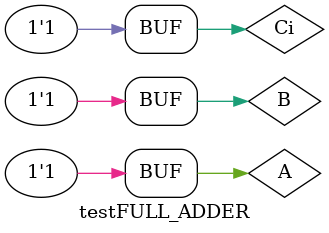
<source format=v>
`timescale 1ns / 1ps


module testFULL_ADDER;

	// Inputs
	reg A;
	reg B;
	reg Ci;

	// Outputs
	wire S;
	wire Co;

	// Instantiate the DESIGN Under Test (DUT)
	FULL_ADDER dut (
		.A(A), 
		.B(B), 
		.Ci(Ci), 
		.S(S), 
		.Co(Co)
	);

	initial begin
		// Initialize Inputs
		A = 0;
		B = 0;
		Ci = 0;
		
		#30;
		A = 0;
		B = 0;
		Ci = 1;
		
		#30;
		A = 0;
		B = 1;
		Ci = 0;
		
		#30;
		A = 0;
		B = 1;
		Ci = 1;
		
		#30;
		A = 1;
		B = 0;
		Ci = 0;
		
		#30;
		A = 1;
		B = 0;
		Ci = 1;
		
		#30;
		A = 1;
		B =1;
		Ci = 0;
		
		#30;
		A = 1;
		B = 1;
		Ci = 1;
        
		// Add stimulus here

	end
      
endmodule


</source>
